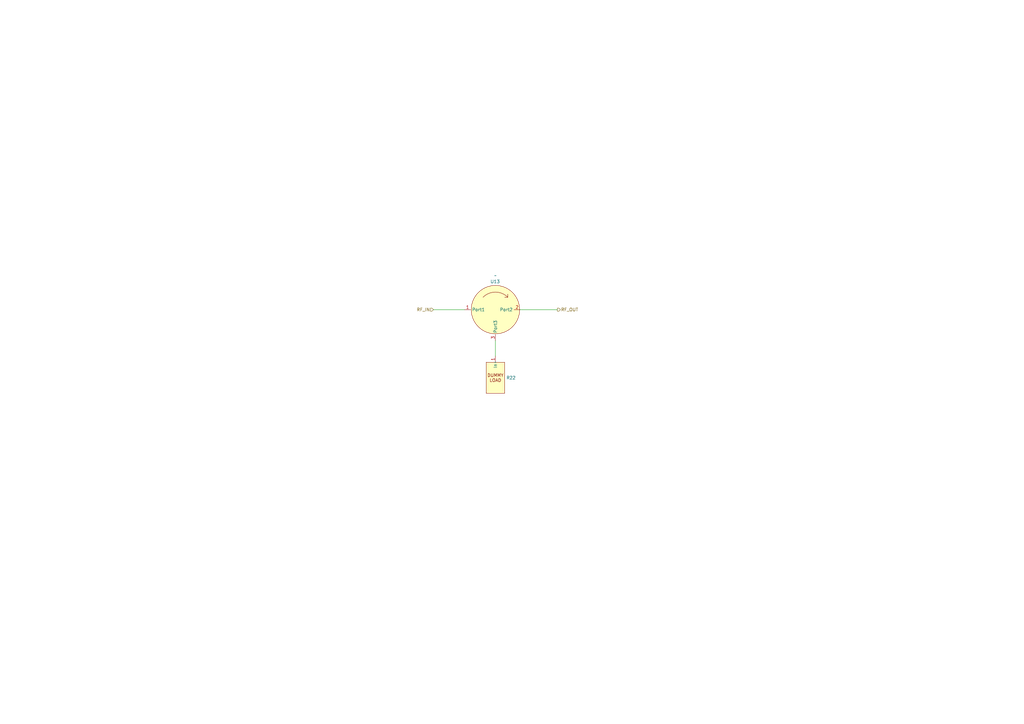
<source format=kicad_sch>
(kicad_sch (version 20230121) (generator eeschema)

  (uuid b442f613-5bb4-440e-bd5c-2edbb109fd94)

  (paper "A3")

  (title_block
    (title "M17 Remote Radio Unit - RF board")
    (date "10-10-2023")
    (rev "A")
    (company "M17 Project")
    (comment 1 "Wojciech Kaczmarski, SP5WWP")
  )

  (lib_symbols
    (symbol "Parts:J100N50X4B" (in_bom yes) (on_board yes)
      (property "Reference" "R" (at 0 -7.62 0)
        (effects (font (size 1.27 1.27)))
      )
      (property "Value" "" (at 0 6.35 0)
        (effects (font (size 1.27 1.27)))
      )
      (property "Footprint" "" (at 0 6.35 0)
        (effects (font (size 1.27 1.27)) hide)
      )
      (property "Datasheet" "" (at 0 6.35 0)
        (effects (font (size 1.27 1.27)) hide)
      )
      (symbol "J100N50X4B_1_1"
        (rectangle (start -3.81 6.35) (end 3.81 -6.35)
          (stroke (width 0) (type default))
          (fill (type background))
        )
        (text "DUMMY\nLOAD" (at 0 0 0)
          (effects (font (size 1.27 1.27)))
        )
        (pin input line (at 0 8.89 270) (length 2.54)
          (name "In" (effects (font (size 1.27 1.27))))
          (number "1" (effects (font (size 1.27 1.27))))
        )
      )
    )
    (symbol "Parts:WH3538X-1" (in_bom yes) (on_board yes)
      (property "Reference" "U" (at 0 11.43 0)
        (effects (font (size 1.27 1.27)))
      )
      (property "Value" "" (at 0 13.97 0)
        (effects (font (size 1.27 1.27)))
      )
      (property "Footprint" "" (at 0 13.97 0)
        (effects (font (size 1.27 1.27)) hide)
      )
      (property "Datasheet" "" (at 0 13.97 0)
        (effects (font (size 1.27 1.27)) hide)
      )
      (symbol "WH3538X-1_1_1"
        (polyline
          (pts
            (xy 3.81 5.08)
            (xy 5.08 5.08)
            (xy 5.08 6.35)
          )
          (stroke (width 0) (type default))
          (fill (type none))
        )
        (circle (center 0 0) (radius 9.919)
          (stroke (width 0) (type default))
          (fill (type background))
        )
        (arc (start 5.08 5.083) (mid 0 7.1863) (end -5.08 5.083)
          (stroke (width 0) (type default))
          (fill (type none))
        )
        (pin bidirectional line (at -12.7 0 0) (length 2.54)
          (name "Port1" (effects (font (size 1.27 1.27))))
          (number "1" (effects (font (size 1.27 1.27))))
        )
        (pin bidirectional line (at 10.16 0 180) (length 2.54)
          (name "Port2" (effects (font (size 1.27 1.27))))
          (number "2" (effects (font (size 1.27 1.27))))
        )
        (pin bidirectional line (at 0 -12.7 90) (length 2.54)
          (name "Port3" (effects (font (size 1.27 1.27))))
          (number "3" (effects (font (size 1.27 1.27))))
        )
      )
    )
  )


  (wire (pts (xy 177.8 127) (xy 190.5 127))
    (stroke (width 0) (type default))
    (uuid 042ceff0-b83c-44e0-8cb4-ce5f85bb25bc)
  )
  (wire (pts (xy 213.36 127) (xy 228.6 127))
    (stroke (width 0) (type default))
    (uuid 8174ec57-f7d8-48b0-b670-2570f5a4059c)
  )
  (wire (pts (xy 203.2 139.7) (xy 203.2 146.05))
    (stroke (width 0) (type default))
    (uuid e5f1eba0-1523-4095-8729-1e09c89b620e)
  )

  (hierarchical_label "RF_OUT" (shape output) (at 228.6 127 0) (fields_autoplaced)
    (effects (font (size 1.27 1.27)) (justify left))
    (uuid 58a3e04a-d04a-4eb7-9e01-6d41ba16b124)
  )
  (hierarchical_label "RF_IN" (shape input) (at 177.8 127 180) (fields_autoplaced)
    (effects (font (size 1.27 1.27)) (justify right))
    (uuid fe024a99-f9c5-47d5-8ca7-ed786f827f33)
  )

  (symbol (lib_id "Parts:J100N50X4B") (at 203.2 154.94 0) (unit 1)
    (in_bom yes) (on_board yes) (dnp no) (fields_autoplaced)
    (uuid 51462872-1ca5-4f0f-8143-862e302eb775)
    (property "Reference" "R22" (at 207.645 154.94 0)
      (effects (font (size 1.27 1.27)) (justify left))
    )
    (property "Value" "~" (at 203.2 148.59 0)
      (effects (font (size 1.27 1.27)))
    )
    (property "Footprint" "Parts:HALF_FLANGE_DUMMY_LOAD" (at 203.2 148.59 0)
      (effects (font (size 1.27 1.27)) hide)
    )
    (property "Datasheet" "" (at 203.2 148.59 0)
      (effects (font (size 1.27 1.27)) hide)
    )
    (property "PN" "J100N50X4B" (at 203.2 154.94 0)
      (effects (font (size 1.27 1.27)) hide)
    )
    (pin "1" (uuid dfa038db-c2d6-4fdc-b820-6ef7fff740fc))
    (instances
      (project "m17-rru-rf"
        (path "/4c42207c-9e6b-42da-ad38-da126b892014/52ad0992-68c2-4318-a1ac-e7f0506bc4fb"
          (reference "R22") (unit 1)
        )
      )
    )
  )

  (symbol (lib_id "Parts:WH3538X-1") (at 203.2 127 0) (unit 1)
    (in_bom yes) (on_board yes) (dnp no) (fields_autoplaced)
    (uuid 916dd082-d514-4a9f-8dd9-c1920f8e7a84)
    (property "Reference" "U13" (at 203.0795 115.4879 0)
      (effects (font (size 1.27 1.27)))
    )
    (property "Value" "~" (at 203.2 113.03 0)
      (effects (font (size 1.27 1.27)))
    )
    (property "Footprint" "Parts:CIRC_H08" (at 203.2 113.03 0)
      (effects (font (size 1.27 1.27)) hide)
    )
    (property "Datasheet" "" (at 203.2 113.03 0)
      (effects (font (size 1.27 1.27)) hide)
    )
    (property "PN" "WH3538X-1" (at 203.2 127 0)
      (effects (font (size 1.27 1.27)) hide)
    )
    (pin "1" (uuid c7cd697f-52de-4167-9ffe-145ce28e03c5))
    (pin "2" (uuid 42d127bd-fb22-4f96-8449-787c07144b85))
    (pin "3" (uuid c93e6cf5-99fa-49c0-95de-4d53cba3395f))
    (instances
      (project "m17-rru-rf"
        (path "/4c42207c-9e6b-42da-ad38-da126b892014/52ad0992-68c2-4318-a1ac-e7f0506bc4fb"
          (reference "U13") (unit 1)
        )
      )
    )
  )
)

</source>
